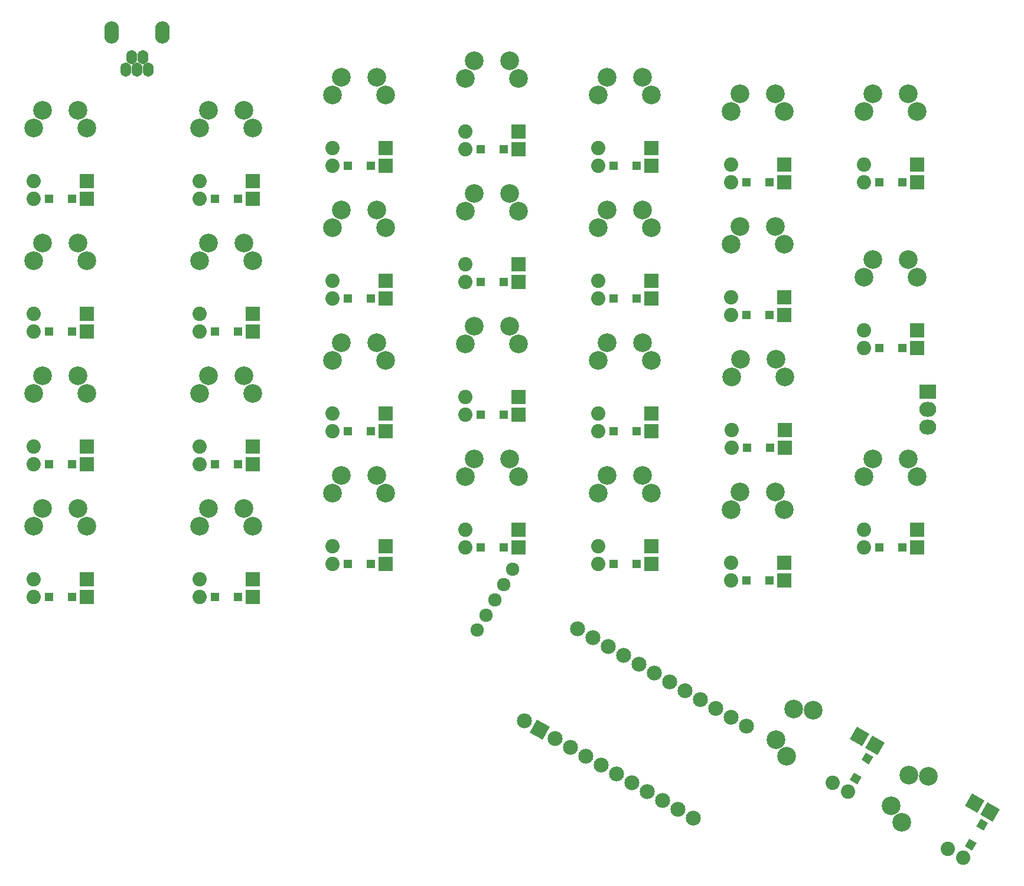
<source format=gbs>
G04 #@! TF.FileFunction,Soldermask,Bot*
%FSLAX46Y46*%
G04 Gerber Fmt 4.6, Leading zero omitted, Abs format (unit mm)*
G04 Created by KiCad (PCBNEW 4.0.2-4+6225~38~ubuntu14.04.1-stable) date zo 08 mei 2016 09:07:31 CEST*
%MOMM*%
G01*
G04 APERTURE LIST*
%ADD10C,0.100000*%
%ADD11C,2.686000*%
%ADD12C,2.051000*%
%ADD13R,2.432000X2.127200*%
%ADD14O,2.432000X2.127200*%
%ADD15C,2.152600*%
%ADD16R,2.051000X2.051000*%
%ADD17R,1.238200X1.238200*%
%ADD18O,1.543000X2.051000*%
%ADD19O,2.101800X3.194000*%
%ADD20C,1.924000*%
G04 APERTURE END LIST*
D10*
D11*
X114129591Y-96955295D03*
X113154295Y-103724557D03*
X116964295Y-97125443D03*
X111589591Y-101354705D03*
D12*
X119753409Y-107534557D03*
D10*
G36*
X123938768Y-102336302D02*
X122162550Y-101310802D01*
X123188050Y-99534584D01*
X124964268Y-100560084D01*
X123938768Y-102336302D01*
X123938768Y-102336302D01*
G37*
D12*
X121953114Y-108804557D03*
D10*
G36*
X126138473Y-103606302D02*
X124362255Y-102580802D01*
X125387755Y-100804584D01*
X127163973Y-101830084D01*
X126138473Y-103606302D01*
X126138473Y-103606302D01*
G37*
G36*
X123252870Y-107791512D02*
X122180558Y-107172412D01*
X122799658Y-106100100D01*
X123871970Y-106719200D01*
X123252870Y-107791512D01*
X123252870Y-107791512D01*
G37*
G36*
X124916570Y-104909900D02*
X123844258Y-104290800D01*
X124463358Y-103218488D01*
X125535670Y-103837588D01*
X124916570Y-104909900D01*
X124916570Y-104909900D01*
G37*
D13*
X133350000Y-51435000D03*
D14*
X133350000Y-53975000D03*
X133350000Y-56515000D03*
D15*
X85351330Y-86745886D03*
X87551034Y-88015886D03*
X89750739Y-89285886D03*
X91950443Y-90555886D03*
X94150148Y-91825886D03*
X96349852Y-93095886D03*
X98549557Y-94365886D03*
X100749261Y-95635886D03*
X102948966Y-96905886D03*
X105148670Y-98175886D03*
X107348375Y-99445886D03*
X99728375Y-112644114D03*
X97528670Y-111374114D03*
X95328966Y-110104114D03*
X93129261Y-108834114D03*
X90929557Y-107564114D03*
X88729852Y-106294114D03*
X86530148Y-105024114D03*
X84330443Y-103754114D03*
X82130739Y-102484114D03*
X79931034Y-101214114D03*
D10*
G36*
X76261077Y-100338067D02*
X77337377Y-98473861D01*
X79201583Y-99550161D01*
X78125283Y-101414367D01*
X76261077Y-100338067D01*
X76261077Y-100338067D01*
G37*
D15*
X75531625Y-98674114D03*
X83151625Y-85475886D03*
D11*
X11538000Y-11061000D03*
X5188000Y-13601000D03*
X12808000Y-13601000D03*
X6458000Y-11061000D03*
D12*
X5188000Y-21221000D03*
D16*
X12808000Y-21221000D03*
D12*
X5188000Y-23761000D03*
D16*
X12808000Y-23761000D03*
D17*
X7334300Y-23761000D03*
X10661700Y-23761000D03*
D11*
X35350000Y-11060000D03*
X29000000Y-13600000D03*
X36620000Y-13600000D03*
X30270000Y-11060000D03*
D12*
X29000000Y-21220000D03*
D16*
X36620000Y-21220000D03*
D12*
X29000000Y-23760000D03*
D16*
X36620000Y-23760000D03*
D17*
X31146300Y-23760000D03*
X34473700Y-23760000D03*
D11*
X54400000Y-6299000D03*
X48050000Y-8839000D03*
X55670000Y-8839000D03*
X49320000Y-6299000D03*
D12*
X48050000Y-16459000D03*
D16*
X55670000Y-16459000D03*
D12*
X48050000Y-18999000D03*
D16*
X55670000Y-18999000D03*
D17*
X50196300Y-18999000D03*
X53523700Y-18999000D03*
D11*
X73450000Y-3918000D03*
X67100000Y-6458000D03*
X74720000Y-6458000D03*
X68370000Y-3918000D03*
D12*
X67100000Y-14078000D03*
D16*
X74720000Y-14078000D03*
D12*
X67100000Y-16618000D03*
D16*
X74720000Y-16618000D03*
D17*
X69246300Y-16618000D03*
X72573700Y-16618000D03*
D11*
X92500000Y-6299000D03*
X86150000Y-8839000D03*
X93770000Y-8839000D03*
X87420000Y-6299000D03*
D12*
X86150000Y-16459000D03*
D16*
X93770000Y-16459000D03*
D12*
X86150000Y-18999000D03*
D16*
X93770000Y-18999000D03*
D17*
X88296300Y-18999000D03*
X91623700Y-18999000D03*
D11*
X111550000Y-8680000D03*
X105200000Y-11220000D03*
X112820000Y-11220000D03*
X106470000Y-8680000D03*
D12*
X105200000Y-18840000D03*
D16*
X112820000Y-18840000D03*
D12*
X105200000Y-21380000D03*
D16*
X112820000Y-21380000D03*
D17*
X107346300Y-21380000D03*
X110673700Y-21380000D03*
D11*
X130600000Y-8680000D03*
X124250000Y-11220000D03*
X131870000Y-11220000D03*
X125520000Y-8680000D03*
D12*
X124250000Y-18840000D03*
D16*
X131870000Y-18840000D03*
D12*
X124250000Y-21380000D03*
D16*
X131870000Y-21380000D03*
D17*
X126396300Y-21380000D03*
X129723700Y-21380000D03*
D11*
X11538000Y-30111000D03*
X5188000Y-32651000D03*
X12808000Y-32651000D03*
X6458000Y-30111000D03*
D12*
X5188000Y-40271000D03*
D16*
X12808000Y-40271000D03*
D12*
X5188000Y-42811000D03*
D16*
X12808000Y-42811000D03*
D17*
X7334300Y-42811000D03*
X10661700Y-42811000D03*
D11*
X35350000Y-30111000D03*
X29000000Y-32651000D03*
X36620000Y-32651000D03*
X30270000Y-30111000D03*
D12*
X29000000Y-40271000D03*
D16*
X36620000Y-40271000D03*
D12*
X29000000Y-42811000D03*
D16*
X36620000Y-42811000D03*
D17*
X31146300Y-42811000D03*
X34473700Y-42811000D03*
D11*
X54400000Y-25349000D03*
X48050000Y-27889000D03*
X55670000Y-27889000D03*
X49320000Y-25349000D03*
D12*
X48050000Y-35509000D03*
D16*
X55670000Y-35509000D03*
D12*
X48050000Y-38049000D03*
D16*
X55670000Y-38049000D03*
D17*
X50196300Y-38049000D03*
X53523700Y-38049000D03*
D11*
X73450000Y-22958000D03*
X67100000Y-25498000D03*
X74720000Y-25498000D03*
X68370000Y-22958000D03*
D12*
X67100000Y-33118000D03*
D16*
X74720000Y-33118000D03*
D12*
X67100000Y-35658000D03*
D16*
X74720000Y-35658000D03*
D17*
X69246300Y-35658000D03*
X72573700Y-35658000D03*
D11*
X92500000Y-25349000D03*
X86150000Y-27889000D03*
X93770000Y-27889000D03*
X87420000Y-25349000D03*
D12*
X86150000Y-35509000D03*
D16*
X93770000Y-35509000D03*
D12*
X86150000Y-38049000D03*
D16*
X93770000Y-38049000D03*
D17*
X88296300Y-38049000D03*
X91623700Y-38049000D03*
D11*
X111550000Y-27730000D03*
X105200000Y-30270000D03*
X112820000Y-30270000D03*
X106470000Y-27730000D03*
D12*
X105200000Y-37890000D03*
D16*
X112820000Y-37890000D03*
D12*
X105200000Y-40430000D03*
D16*
X112820000Y-40430000D03*
D17*
X107346300Y-40430000D03*
X110673700Y-40430000D03*
D11*
X11538000Y-49161000D03*
X5188000Y-51701000D03*
X12808000Y-51701000D03*
X6458000Y-49161000D03*
D12*
X5188000Y-59321000D03*
D16*
X12808000Y-59321000D03*
D12*
X5188000Y-61861000D03*
D16*
X12808000Y-61861000D03*
D17*
X7334300Y-61861000D03*
X10661700Y-61861000D03*
D11*
X35350000Y-49161000D03*
X29000000Y-51701000D03*
X36620000Y-51701000D03*
X30270000Y-49161000D03*
D12*
X29000000Y-59321000D03*
D16*
X36620000Y-59321000D03*
D12*
X29000000Y-61861000D03*
D16*
X36620000Y-61861000D03*
D17*
X31146300Y-61861000D03*
X34473700Y-61861000D03*
D11*
X54400000Y-44399000D03*
X48050000Y-46939000D03*
X55670000Y-46939000D03*
X49320000Y-44399000D03*
D12*
X48050000Y-54559000D03*
D16*
X55670000Y-54559000D03*
D12*
X48050000Y-57099000D03*
D16*
X55670000Y-57099000D03*
D17*
X50196300Y-57099000D03*
X53523700Y-57099000D03*
D11*
X73450000Y-42008000D03*
X67100000Y-44548000D03*
X74720000Y-44548000D03*
X68370000Y-42008000D03*
D12*
X67100000Y-52168000D03*
D16*
X74720000Y-52168000D03*
D12*
X67100000Y-54708000D03*
D16*
X74720000Y-54708000D03*
D17*
X69246300Y-54708000D03*
X72573700Y-54708000D03*
D11*
X92500000Y-44399000D03*
X86150000Y-46939000D03*
X93770000Y-46939000D03*
X87420000Y-44399000D03*
D12*
X86150000Y-54559000D03*
D16*
X93770000Y-54559000D03*
D12*
X86150000Y-57099000D03*
D16*
X93770000Y-57099000D03*
D17*
X88296300Y-57099000D03*
X91623700Y-57099000D03*
D11*
X111641000Y-46780000D03*
X105291000Y-49320000D03*
X112911000Y-49320000D03*
X106561000Y-46780000D03*
D12*
X105291000Y-56940000D03*
D16*
X112911000Y-56940000D03*
D12*
X105291000Y-59480000D03*
D16*
X112911000Y-59480000D03*
D17*
X107437300Y-59480000D03*
X110764700Y-59480000D03*
D11*
X130600000Y-32493000D03*
X124250000Y-35033000D03*
X131870000Y-35033000D03*
X125520000Y-32493000D03*
D12*
X124250000Y-42653000D03*
D16*
X131870000Y-42653000D03*
D12*
X124250000Y-45193000D03*
D16*
X131870000Y-45193000D03*
D17*
X126396300Y-45193000D03*
X129723700Y-45193000D03*
D11*
X11538000Y-68211000D03*
X5188000Y-70751000D03*
X12808000Y-70751000D03*
X6458000Y-68211000D03*
D12*
X5188000Y-78371000D03*
D16*
X12808000Y-78371000D03*
D12*
X5188000Y-80911000D03*
D16*
X12808000Y-80911000D03*
D17*
X7334300Y-80911000D03*
X10661700Y-80911000D03*
D11*
X35350000Y-68211000D03*
X29000000Y-70751000D03*
X36620000Y-70751000D03*
X30270000Y-68211000D03*
D12*
X29000000Y-78371000D03*
D16*
X36620000Y-78371000D03*
D12*
X29000000Y-80911000D03*
D16*
X36620000Y-80911000D03*
D17*
X31146300Y-80911000D03*
X34473700Y-80911000D03*
D11*
X54400000Y-63449000D03*
X48050000Y-65989000D03*
X55670000Y-65989000D03*
X49320000Y-63449000D03*
D12*
X48050000Y-73609000D03*
D16*
X55670000Y-73609000D03*
D12*
X48050000Y-76149000D03*
D16*
X55670000Y-76149000D03*
D17*
X50196300Y-76149000D03*
X53523700Y-76149000D03*
D11*
X73450000Y-61058000D03*
X67100000Y-63598000D03*
X74720000Y-63598000D03*
X68370000Y-61058000D03*
D12*
X67100000Y-71218000D03*
D16*
X74720000Y-71218000D03*
D12*
X67100000Y-73758000D03*
D16*
X74720000Y-73758000D03*
D17*
X69246300Y-73758000D03*
X72573700Y-73758000D03*
D11*
X92500000Y-63449000D03*
X86150000Y-65989000D03*
X93770000Y-65989000D03*
X87420000Y-63449000D03*
D12*
X86150000Y-73609000D03*
D16*
X93770000Y-73609000D03*
D12*
X86150000Y-76149000D03*
D16*
X93770000Y-76149000D03*
D17*
X88296300Y-76149000D03*
X91623700Y-76149000D03*
D11*
X111550000Y-65830000D03*
X105200000Y-68370000D03*
X112820000Y-68370000D03*
X106470000Y-65830000D03*
D12*
X105200000Y-75990000D03*
D16*
X112820000Y-75990000D03*
D12*
X105200000Y-78530000D03*
D16*
X112820000Y-78530000D03*
D17*
X107346300Y-78530000D03*
X110673700Y-78530000D03*
D11*
X130600000Y-61068000D03*
X124250000Y-63608000D03*
X131870000Y-63608000D03*
X125520000Y-61068000D03*
D12*
X124250000Y-71228000D03*
D16*
X131870000Y-71228000D03*
D12*
X124250000Y-73768000D03*
D16*
X131870000Y-73768000D03*
D17*
X126396300Y-73768000D03*
X129723700Y-73768000D03*
D11*
X130627591Y-106480295D03*
X129652295Y-113249557D03*
X133462295Y-106650443D03*
X128087591Y-110879705D03*
D12*
X136251409Y-117059557D03*
D10*
G36*
X140436768Y-111861302D02*
X138660550Y-110835802D01*
X139686050Y-109059584D01*
X141462268Y-110085084D01*
X140436768Y-111861302D01*
X140436768Y-111861302D01*
G37*
D12*
X138451114Y-118329557D03*
D10*
G36*
X142636473Y-113131302D02*
X140860255Y-112105802D01*
X141885755Y-110329584D01*
X143661973Y-111355084D01*
X142636473Y-113131302D01*
X142636473Y-113131302D01*
G37*
G36*
X139750870Y-117316512D02*
X138678558Y-116697412D01*
X139297658Y-115625100D01*
X140369970Y-116244200D01*
X139750870Y-117316512D01*
X139750870Y-117316512D01*
G37*
G36*
X141414570Y-114434900D02*
X140342258Y-113815800D01*
X140961358Y-112743488D01*
X142033670Y-113362588D01*
X141414570Y-114434900D01*
X141414570Y-114434900D01*
G37*
D18*
X21600200Y-5168900D03*
X20800100Y-3421380D03*
X20000000Y-5168900D03*
X19199900Y-3421380D03*
X18399800Y-5168900D03*
D19*
X16352560Y154940D03*
X23647440Y154940D03*
D20*
X73830148Y-76880591D03*
X72560148Y-79080295D03*
X71290148Y-81280000D03*
X70020148Y-83479705D03*
X68750148Y-85679409D03*
M02*

</source>
